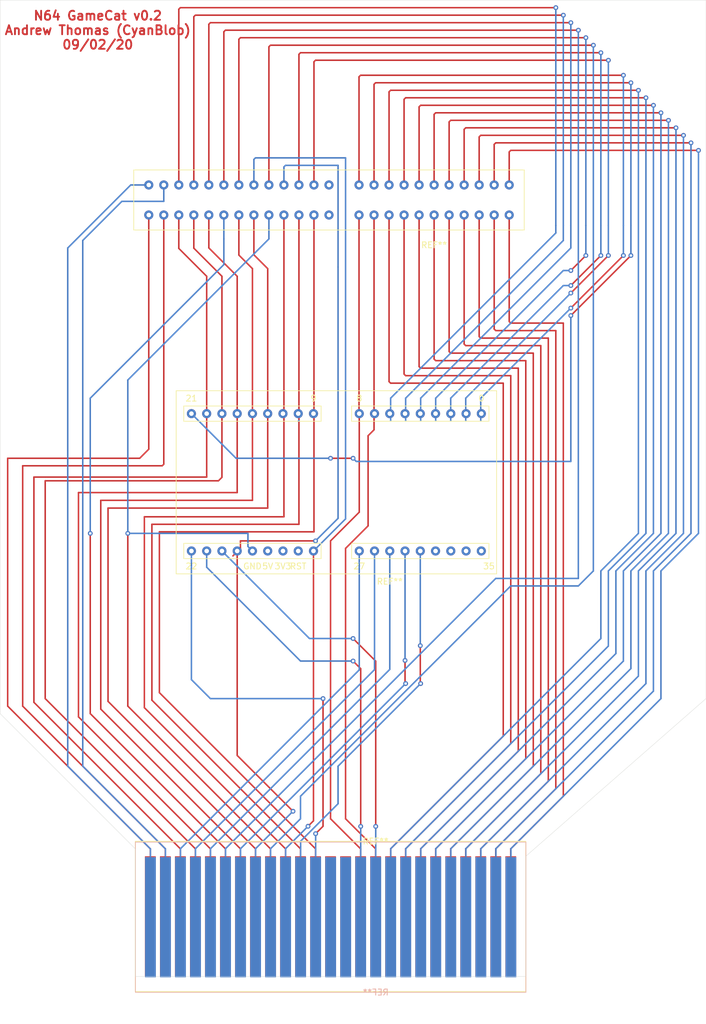
<source format=kicad_pcb>
(kicad_pcb (version 20171130) (host pcbnew 5.1.6)

  (general
    (thickness 1.6)
    (drawings 9)
    (tracks 477)
    (zones 0)
    (modules 4)
    (nets 1)
  )

  (page A4)
  (layers
    (0 F.Cu signal)
    (31 B.Cu signal)
    (32 B.Adhes user)
    (33 F.Adhes user)
    (34 B.Paste user)
    (35 F.Paste user)
    (36 B.SilkS user)
    (37 F.SilkS user)
    (38 B.Mask user)
    (39 F.Mask user)
    (40 Dwgs.User user)
    (41 Cmts.User user)
    (42 Eco1.User user)
    (43 Eco2.User user)
    (44 Edge.Cuts user)
    (45 Margin user)
    (46 B.CrtYd user)
    (47 F.CrtYd user)
    (48 B.Fab user)
    (49 F.Fab user)
  )

  (setup
    (last_trace_width 0.25)
    (trace_clearance 0.2)
    (zone_clearance 0.508)
    (zone_45_only no)
    (trace_min 0.2)
    (via_size 0.8)
    (via_drill 0.4)
    (via_min_size 0.4)
    (via_min_drill 0.3)
    (uvia_size 0.3)
    (uvia_drill 0.1)
    (uvias_allowed no)
    (uvia_min_size 0.2)
    (uvia_min_drill 0.1)
    (edge_width 0.05)
    (segment_width 0.2)
    (pcb_text_width 0.3)
    (pcb_text_size 1.5 1.5)
    (mod_edge_width 0.12)
    (mod_text_size 1 1)
    (mod_text_width 0.15)
    (pad_size 1.524 1.524)
    (pad_drill 0.762)
    (pad_to_mask_clearance 0.05)
    (aux_axis_origin 0 0)
    (visible_elements FFFFFF7F)
    (pcbplotparams
      (layerselection 0x010fc_ffffffff)
      (usegerberextensions false)
      (usegerberattributes true)
      (usegerberadvancedattributes true)
      (creategerberjobfile true)
      (excludeedgelayer true)
      (linewidth 0.100000)
      (plotframeref false)
      (viasonmask false)
      (mode 1)
      (useauxorigin false)
      (hpglpennumber 1)
      (hpglpenspeed 20)
      (hpglpendiameter 15.000000)
      (psnegative false)
      (psa4output false)
      (plotreference true)
      (plotvalue true)
      (plotinvisibletext false)
      (padsonsilk false)
      (subtractmaskfromsilk false)
      (outputformat 1)
      (mirror false)
      (drillshape 1)
      (scaleselection 1)
      (outputdirectory ""))
  )

  (net 0 "")

  (net_class Default "This is the default net class."
    (clearance 0.2)
    (trace_width 0.25)
    (via_dia 0.8)
    (via_drill 0.4)
    (uvia_dia 0.3)
    (uvia_drill 0.1)
  )

  (module test_pcb:N64_cartridge_connecter_2.5mm (layer F.Cu) (tedit 5F493EFC) (tstamp 5F49C25E)
    (at 142.24 48.26)
    (fp_text reference REF** (at 15 7.5) (layer F.SilkS)
      (effects (font (size 1 1) (thickness 0.15)))
    )
    (fp_text value N64_cartridge_connecter_2.5mm (at 0 7.5) (layer F.Fab)
      (effects (font (size 1 1) (thickness 0.15)))
    )
    (fp_line (start -35 5) (end -32.5 5) (layer F.SilkS) (width 0.12))
    (fp_line (start -35 -5) (end -32.5 -5) (layer F.SilkS) (width 0.12))
    (fp_line (start -30 -5) (end -32.5 -5) (layer F.SilkS) (width 0.12))
    (fp_line (start 30 -5) (end -30 -5) (layer F.SilkS) (width 0.12))
    (fp_line (start 30 5) (end 30 -5) (layer F.SilkS) (width 0.12))
    (fp_line (start -32.5 5) (end 30 5) (layer F.SilkS) (width 0.12))
    (fp_line (start -35 -5) (end -35 5) (layer F.SilkS) (width 0.12))
    (pad 49 thru_hole circle (at -32.5 -2.5) (size 1.524 1.524) (drill 0.762) (layers *.Cu *.Mask))
    (pad 48 thru_hole circle (at -32.5 2.5) (size 1.524 1.524) (drill 0.762) (layers *.Cu *.Mask))
    (pad 47 thru_hole circle (at -30 -2.5) (size 1.524 1.524) (drill 0.762) (layers *.Cu *.Mask))
    (pad 46 thru_hole circle (at -27.5 -2.5) (size 1.524 1.524) (drill 0.762) (layers *.Cu *.Mask))
    (pad 45 thru_hole circle (at -25 -2.5) (size 1.524 1.524) (drill 0.762) (layers *.Cu *.Mask))
    (pad 44 thru_hole circle (at -22.5 -2.5) (size 1.524 1.524) (drill 0.762) (layers *.Cu *.Mask))
    (pad 43 thru_hole circle (at -20 -2.5) (size 1.524 1.524) (drill 0.762) (layers *.Cu *.Mask))
    (pad 42 thru_hole circle (at -17.5 -2.5) (size 1.524 1.524) (drill 0.762) (layers *.Cu *.Mask))
    (pad 41 thru_hole circle (at -15 -2.5) (size 1.524 1.524) (drill 0.762) (layers *.Cu *.Mask))
    (pad 40 thru_hole circle (at -12.5 -2.5) (size 1.524 1.524) (drill 0.762) (layers *.Cu *.Mask))
    (pad 39 thru_hole circle (at -10 -2.5) (size 1.524 1.524) (drill 0.762) (layers *.Cu *.Mask))
    (pad 38 thru_hole circle (at -7.5 -2.5) (size 1.524 1.524) (drill 0.762) (layers *.Cu *.Mask))
    (pad 37 thru_hole circle (at -5 -2.5) (size 1.524 1.524) (drill 0.762) (layers *.Cu *.Mask))
    (pad 36 thru_hole circle (at -2.5 -2.5) (size 1.524 1.524) (drill 0.762) (layers *.Cu *.Mask))
    (pad 35 thru_hole circle (at 2.5 -2.5) (size 1.524 1.524) (drill 0.762) (layers *.Cu *.Mask))
    (pad 34 thru_hole circle (at 5 -2.5) (size 1.524 1.524) (drill 0.762) (layers *.Cu *.Mask))
    (pad 33 thru_hole circle (at 7.5 -2.5) (size 1.524 1.524) (drill 0.762) (layers *.Cu *.Mask))
    (pad 32 thru_hole circle (at 10 -2.5) (size 1.524 1.524) (drill 0.762) (layers *.Cu *.Mask))
    (pad 31 thru_hole circle (at 12.5 -2.5) (size 1.524 1.524) (drill 0.762) (layers *.Cu *.Mask))
    (pad 30 thru_hole circle (at 15 -2.5) (size 1.524 1.524) (drill 0.762) (layers *.Cu *.Mask))
    (pad 29 thru_hole circle (at 17.5 -2.5) (size 1.524 1.524) (drill 0.762) (layers *.Cu *.Mask))
    (pad 28 thru_hole circle (at 20 -2.5) (size 1.524 1.524) (drill 0.762) (layers *.Cu *.Mask))
    (pad 27 thru_hole circle (at 22.5 -2.5) (size 1.524 1.524) (drill 0.762) (layers *.Cu *.Mask))
    (pad 26 thru_hole circle (at 25 -2.5) (size 1.524 1.524) (drill 0.762) (layers *.Cu *.Mask))
    (pad 25 thru_hole circle (at 27.5 -2.5) (size 1.524 1.524) (drill 0.762) (layers *.Cu *.Mask))
    (pad 24 thru_hole circle (at 27.5 2.5) (size 1.524 1.524) (drill 0.762) (layers *.Cu *.Mask))
    (pad 23 thru_hole circle (at 25 2.5) (size 1.524 1.524) (drill 0.762) (layers *.Cu *.Mask))
    (pad 22 thru_hole circle (at 22.5 2.5) (size 1.524 1.524) (drill 0.762) (layers *.Cu *.Mask))
    (pad 21 thru_hole circle (at 20 2.5) (size 1.524 1.524) (drill 0.762) (layers *.Cu *.Mask))
    (pad 20 thru_hole circle (at 17.5 2.5) (size 1.524 1.524) (drill 0.762) (layers *.Cu *.Mask))
    (pad 19 thru_hole circle (at 15 2.5) (size 1.524 1.524) (drill 0.762) (layers *.Cu *.Mask))
    (pad 18 thru_hole circle (at 12.5 2.5) (size 1.524 1.524) (drill 0.762) (layers *.Cu *.Mask))
    (pad 17 thru_hole circle (at 10 2.5) (size 1.524 1.524) (drill 0.762) (layers *.Cu *.Mask))
    (pad 16 thru_hole circle (at 7.5 2.5) (size 1.524 1.524) (drill 0.762) (layers *.Cu *.Mask))
    (pad 15 thru_hole circle (at 5 2.5) (size 1.524 1.524) (drill 0.762) (layers *.Cu *.Mask))
    (pad 14 thru_hole circle (at 2.5 2.5) (size 1.524 1.524) (drill 0.762) (layers *.Cu *.Mask))
    (pad 13 thru_hole circle (at -2.5 2.5) (size 1.524 1.524) (drill 0.762) (layers *.Cu *.Mask))
    (pad 12 thru_hole circle (at -5 2.5) (size 1.524 1.524) (drill 0.762) (layers *.Cu *.Mask))
    (pad 11 thru_hole circle (at -5 2.5) (size 1.524 1.524) (drill 0.762) (layers *.Cu *.Mask))
    (pad 10 thru_hole circle (at -7.5 2.5) (size 1.524 1.524) (drill 0.762) (layers *.Cu *.Mask))
    (pad 9 thru_hole circle (at -10 2.5) (size 1.524 1.524) (drill 0.762) (layers *.Cu *.Mask))
    (pad 8 thru_hole circle (at -12.5 2.5) (size 1.524 1.524) (drill 0.762) (layers *.Cu *.Mask))
    (pad 7 thru_hole circle (at -15 2.5) (size 1.524 1.524) (drill 0.762) (layers *.Cu *.Mask))
    (pad 6 thru_hole circle (at -17.5 2.5) (size 1.524 1.524) (drill 0.762) (layers *.Cu *.Mask))
    (pad 5 thru_hole circle (at -20 2.5) (size 1.524 1.524) (drill 0.762) (layers *.Cu *.Mask))
    (pad 4 thru_hole circle (at -22.5 2.5) (size 1.524 1.524) (drill 0.762) (layers *.Cu *.Mask))
    (pad 3 thru_hole circle (at -25 2.5) (size 1.524 1.524) (drill 0.762) (layers *.Cu *.Mask))
    (pad 2 thru_hole circle (at -27.5 2.5) (size 1.524 1.524) (drill 0.762) (layers *.Cu *.Mask))
    (pad 1 thru_hole circle (at -30 2.5) (size 1.524 1.524) (drill 0.762) (layers *.Cu *.Mask))
  )

  (module test_pcb:N64_cartridge_pins_2.5mm (layer B.Cu) (tedit 5F493311) (tstamp 5F49BC6B)
    (at 135.02 185.14)
    (fp_text reference REF** (at 12.5 -5) (layer B.SilkS)
      (effects (font (size 1 1) (thickness 0.15)) (justify mirror))
    )
    (fp_text value N64_cartridge_pins_2.5mm (at 0 -5) (layer B.Fab)
      (effects (font (size 1 1) (thickness 0.15)) (justify mirror))
    )
    (fp_line (start -27.5 -5) (end -27.5 -30) (layer B.SilkS) (width 0.12))
    (fp_line (start -27.5 -30) (end 37.5 -30) (layer B.SilkS) (width 0.12))
    (fp_line (start 37.5 -30) (end 37.5 -5) (layer B.SilkS) (width 0.12))
    (fp_line (start 37.5 -5) (end -27.5 -5) (layer B.SilkS) (width 0.12))
    (pad 1 smd rect (at -25 -17.5) (size 1.8 20) (layers B.Cu B.Paste B.Mask))
    (pad 2 smd rect (at -22.5 -17.5) (size 1.8 20) (layers B.Cu B.Paste B.Mask))
    (pad 3 smd rect (at -20 -17.5) (size 1.8 20) (layers B.Cu B.Paste B.Mask))
    (pad 4 smd rect (at -17.5 -17.5) (size 1.8 20) (layers B.Cu B.Paste B.Mask))
    (pad 5 smd rect (at -15 -17.5) (size 1.8 20) (layers B.Cu B.Paste B.Mask))
    (pad 6 smd rect (at -12.5 -17.5) (size 1.8 20) (layers B.Cu B.Paste B.Mask))
    (pad 7 smd rect (at -10 -17.5) (size 1.8 20) (layers B.Cu B.Paste B.Mask))
    (pad 8 smd rect (at -7.5 -17.5) (size 1.8 20) (layers B.Cu B.Paste B.Mask))
    (pad 9 smd rect (at -5 -17.5) (size 1.8 20) (layers B.Cu B.Paste B.Mask))
    (pad 10 smd rect (at -2.5 -17.5) (size 1.8 20) (layers B.Cu B.Paste B.Mask))
    (pad 11 smd rect (at 0 -17.5) (size 1.8 20) (layers B.Cu B.Paste B.Mask))
    (pad 12 smd rect (at 2.5 -17.5) (size 1.8 20) (layers B.Cu B.Paste B.Mask))
    (pad 13 smd rect (at 5 -17.5) (size 1.8 20) (layers B.Cu B.Paste B.Mask))
    (pad 14 smd rect (at 7.5 -17.5) (size 1.8 20) (layers B.Cu B.Paste B.Mask))
    (pad 15 smd rect (at 10 -17.5) (size 1.8 20) (layers B.Cu B.Paste B.Mask))
    (pad 16 smd rect (at 12.5 -17.5) (size 1.8 20) (layers B.Cu B.Paste B.Mask))
    (pad 17 smd rect (at 15 -17.5) (size 1.8 20) (layers B.Cu B.Paste B.Mask))
    (pad 18 smd rect (at 17.5 -17.5) (size 1.8 20) (layers B.Cu B.Paste B.Mask))
    (pad 19 smd rect (at 20 -17.5) (size 1.8 20) (layers B.Cu B.Paste B.Mask))
    (pad 20 smd rect (at 22.5 -17.5) (size 1.8 20) (layers B.Cu B.Paste B.Mask))
    (pad 21 smd rect (at 25 -17.5) (size 1.8 20) (layers B.Cu B.Paste B.Mask))
    (pad 22 smd rect (at 27.5 -17.5) (size 1.8 20) (layers B.Cu B.Paste B.Mask))
    (pad 23 smd rect (at 30 -17.5) (size 1.8 20) (layers B.Cu B.Paste B.Mask))
    (pad 24 smd rect (at 32.5 -17.5) (size 1.8 20) (layers B.Cu B.Paste B.Mask))
    (pad 25 smd rect (at 35 -17.5) (size 1.8 20) (layers B.Cu B.Paste B.Mask))
  )

  (module test_pcb:N64_cartridge_pins_2.5mm (layer F.Cu) (tedit 5F493311) (tstamp 5F49AE0B)
    (at 135 150)
    (fp_text reference REF** (at 12.5 5) (layer F.SilkS)
      (effects (font (size 1 1) (thickness 0.15)))
    )
    (fp_text value N64_cartridge_pins_2.5mm (at 0 5) (layer F.Fab)
      (effects (font (size 1 1) (thickness 0.15)))
    )
    (fp_line (start 37.5 5) (end -27.5 5) (layer F.SilkS) (width 0.12))
    (fp_line (start 37.5 30) (end 37.5 5) (layer F.SilkS) (width 0.12))
    (fp_line (start -27.5 30) (end 37.5 30) (layer F.SilkS) (width 0.12))
    (fp_line (start -27.5 5) (end -27.5 30) (layer F.SilkS) (width 0.12))
    (pad 25 smd rect (at 35 17.5) (size 1.8 20) (layers F.Cu F.Paste F.Mask))
    (pad 24 smd rect (at 32.5 17.5) (size 1.8 20) (layers F.Cu F.Paste F.Mask))
    (pad 23 smd rect (at 30 17.5) (size 1.8 20) (layers F.Cu F.Paste F.Mask))
    (pad 22 smd rect (at 27.5 17.5) (size 1.8 20) (layers F.Cu F.Paste F.Mask))
    (pad 21 smd rect (at 25 17.5) (size 1.8 20) (layers F.Cu F.Paste F.Mask))
    (pad 20 smd rect (at 22.5 17.5) (size 1.8 20) (layers F.Cu F.Paste F.Mask))
    (pad 19 smd rect (at 20 17.5) (size 1.8 20) (layers F.Cu F.Paste F.Mask))
    (pad 18 smd rect (at 17.5 17.5) (size 1.8 20) (layers F.Cu F.Paste F.Mask))
    (pad 17 smd rect (at 15 17.5) (size 1.8 20) (layers F.Cu F.Paste F.Mask))
    (pad 16 smd rect (at 12.5 17.5) (size 1.8 20) (layers F.Cu F.Paste F.Mask))
    (pad 15 smd rect (at 10 17.5) (size 1.8 20) (layers F.Cu F.Paste F.Mask))
    (pad 14 smd rect (at 7.5 17.5) (size 1.8 20) (layers F.Cu F.Paste F.Mask))
    (pad 13 smd rect (at 5 17.5) (size 1.8 20) (layers F.Cu F.Paste F.Mask))
    (pad 12 smd rect (at 2.5 17.5) (size 1.8 20) (layers F.Cu F.Paste F.Mask))
    (pad 11 smd rect (at 0 17.5) (size 1.8 20) (layers F.Cu F.Paste F.Mask))
    (pad 10 smd rect (at -2.5 17.5) (size 1.8 20) (layers F.Cu F.Paste F.Mask))
    (pad 9 smd rect (at -5 17.5) (size 1.8 20) (layers F.Cu F.Paste F.Mask))
    (pad 8 smd rect (at -7.5 17.5) (size 1.8 20) (layers F.Cu F.Paste F.Mask))
    (pad 7 smd rect (at -10 17.5) (size 1.8 20) (layers F.Cu F.Paste F.Mask))
    (pad 6 smd rect (at -12.5 17.5) (size 1.8 20) (layers F.Cu F.Paste F.Mask))
    (pad 5 smd rect (at -15 17.5) (size 1.8 20) (layers F.Cu F.Paste F.Mask))
    (pad 4 smd rect (at -17.5 17.5) (size 1.8 20) (layers F.Cu F.Paste F.Mask))
    (pad 3 smd rect (at -20 17.5) (size 1.8 20) (layers F.Cu F.Paste F.Mask))
    (pad 2 smd rect (at -22.5 17.5) (size 1.8 20) (layers F.Cu F.Paste F.Mask))
    (pad 1 smd rect (at -25 17.5) (size 1.8 20) (layers F.Cu F.Paste F.Mask))
  )

  (module test_pcb:Sipeed_MAiX_BIT (layer F.Cu) (tedit 5F492BA0) (tstamp 5F49A0DD)
    (at 135.89 109.22)
    (fp_text reference REF** (at 13.97 2.54) (layer F.SilkS)
      (effects (font (size 1 1) (thickness 0.15)))
    )
    (fp_text value Sipeed_MAiX_BIT (at 5.08 2.54) (layer F.Fab)
      (effects (font (size 1 1) (thickness 0.15)))
    )
    (fp_line (start 31.75 -29.21) (end -21.59 -29.21) (layer F.SilkS) (width 0.12))
    (fp_line (start 31.75 1.27) (end 31.75 -29.21) (layer F.SilkS) (width 0.12))
    (fp_line (start -21.59 1.27) (end 31.75 1.27) (layer F.SilkS) (width 0.12))
    (fp_line (start -21.59 -29.21) (end -21.59 1.27) (layer F.SilkS) (width 0.12))
    (fp_line (start 2.54 -3.81) (end -20.32 -3.81) (layer F.SilkS) (width 0.12))
    (fp_line (start 2.54 -1.27) (end 2.54 -3.81) (layer F.SilkS) (width 0.12))
    (fp_line (start -20.32 -1.27) (end 2.54 -1.27) (layer F.SilkS) (width 0.12))
    (fp_line (start -20.32 -3.81) (end -20.32 -1.27) (layer F.SilkS) (width 0.12))
    (fp_line (start 7.62 -1.27) (end 30.48 -1.27) (layer F.SilkS) (width 0.12))
    (fp_line (start 30.48 -3.81) (end 7.62 -3.81) (layer F.SilkS) (width 0.12))
    (fp_line (start 30.48 -1.27) (end 30.48 -3.81) (layer F.SilkS) (width 0.12))
    (fp_line (start 7.62 -3.81) (end 7.62 -1.27) (layer F.SilkS) (width 0.12))
    (fp_line (start 30.48 -26.67) (end 7.62 -26.67) (layer F.SilkS) (width 0.12))
    (fp_line (start 30.48 -24.13) (end 30.48 -26.67) (layer F.SilkS) (width 0.12))
    (fp_line (start 7.62 -24.13) (end 30.48 -24.13) (layer F.SilkS) (width 0.12))
    (fp_line (start 7.62 -26.67) (end 7.62 -24.13) (layer F.SilkS) (width 0.12))
    (fp_line (start -20.32 -26.67) (end -20.32 -24.13) (layer F.SilkS) (width 0.12))
    (fp_line (start -20.32 -24.13) (end 2.54 -24.13) (layer F.SilkS) (width 0.12))
    (fp_line (start 2.54 -24.13) (end 2.54 -26.67) (layer F.SilkS) (width 0.12))
    (fp_line (start 2.54 -26.67) (end -20.32 -26.67) (layer F.SilkS) (width 0.12))
    (fp_text user 35 (at 30.48 0) (layer F.SilkS)
      (effects (font (size 1 1) (thickness 0.15)))
    )
    (fp_text user 27 (at 8.89 0) (layer F.SilkS)
      (effects (font (size 1 1) (thickness 0.15)))
    )
    (fp_text user RST (at -1.27 0) (layer F.SilkS)
      (effects (font (size 1 1) (thickness 0.15)))
    )
    (fp_text user 3V3 (at -3.81 0) (layer F.SilkS)
      (effects (font (size 1 1) (thickness 0.15)))
    )
    (fp_text user 5V (at -6.35 0) (layer F.SilkS)
      (effects (font (size 1 1) (thickness 0.15)))
    )
    (fp_text user GND (at -8.89 0) (layer F.SilkS)
      (effects (font (size 1 1) (thickness 0.15)))
    )
    (fp_text user 22 (at -19.05 0) (layer F.SilkS)
      (effects (font (size 1 1) (thickness 0.15)))
    )
    (fp_text user 21 (at -19.05 -27.94) (layer F.SilkS)
      (effects (font (size 1 1) (thickness 0.15)))
    )
    (fp_text user 9 (at 1.27 -27.94) (layer F.SilkS)
      (effects (font (size 1 1) (thickness 0.15)))
    )
    (fp_text user 8 (at 8.89 -27.94) (layer F.SilkS)
      (effects (font (size 1 1) (thickness 0.15)))
    )
    (fp_text user 0 (at 29.21 -27.94) (layer F.SilkS)
      (effects (font (size 1 1) (thickness 0.15)))
    )
    (pad 1 thru_hole circle (at -19.05 -2.54) (size 1.524 1.524) (drill 0.762) (layers *.Cu *.Mask))
    (pad 2 thru_hole circle (at -16.51 -2.54) (size 1.524 1.524) (drill 0.762) (layers *.Cu *.Mask))
    (pad 3 thru_hole circle (at -13.97 -2.54) (size 1.524 1.524) (drill 0.762) (layers *.Cu *.Mask))
    (pad 4 thru_hole circle (at -11.43 -2.54) (size 1.524 1.524) (drill 0.762) (layers *.Cu *.Mask))
    (pad 5 thru_hole circle (at -8.89 -2.54) (size 1.524 1.524) (drill 0.762) (layers *.Cu *.Mask))
    (pad 6 thru_hole circle (at -6.35 -2.54) (size 1.524 1.524) (drill 0.762) (layers *.Cu *.Mask))
    (pad 7 thru_hole circle (at -3.81 -2.54) (size 1.524 1.524) (drill 0.762) (layers *.Cu *.Mask))
    (pad 8 thru_hole circle (at -1.27 -2.54) (size 1.524 1.524) (drill 0.762) (layers *.Cu *.Mask))
    (pad 9 thru_hole circle (at 1.27 -2.54) (size 1.524 1.524) (drill 0.762) (layers *.Cu *.Mask))
    (pad 10 thru_hole circle (at 8.89 -2.54) (size 1.524 1.524) (drill 0.762) (layers *.Cu *.Mask))
    (pad 12 thru_hole circle (at 11.43 -2.54) (size 1.524 1.524) (drill 0.762) (layers *.Cu *.Mask))
    (pad 11 thru_hole circle (at 13.97 -2.54) (size 1.524 1.524) (drill 0.762) (layers *.Cu *.Mask))
    (pad 13 thru_hole circle (at 16.51 -2.54) (size 1.524 1.524) (drill 0.762) (layers *.Cu *.Mask))
    (pad 14 thru_hole circle (at 19.05 -2.54) (size 1.524 1.524) (drill 0.762) (layers *.Cu *.Mask))
    (pad 15 thru_hole circle (at 21.59 -2.54) (size 1.524 1.524) (drill 0.762) (layers *.Cu *.Mask))
    (pad 16 thru_hole circle (at 24.13 -2.54) (size 1.524 1.524) (drill 0.762) (layers *.Cu *.Mask))
    (pad 17 thru_hole circle (at 26.67 -2.54) (size 1.524 1.524) (drill 0.762) (layers *.Cu *.Mask))
    (pad 18 thru_hole circle (at 29.21 -2.54) (size 1.524 1.524) (drill 0.762) (layers *.Cu *.Mask))
    (pad 19 thru_hole circle (at -19.05 -25.4) (size 1.524 1.524) (drill 0.762) (layers *.Cu *.Mask))
    (pad 20 thru_hole circle (at -16.51 -25.4) (size 1.524 1.524) (drill 0.762) (layers *.Cu *.Mask))
    (pad 21 thru_hole circle (at -13.97 -25.4) (size 1.524 1.524) (drill 0.762) (layers *.Cu *.Mask))
    (pad 22 thru_hole circle (at -11.43 -25.4) (size 1.524 1.524) (drill 0.762) (layers *.Cu *.Mask))
    (pad 23 thru_hole circle (at -8.89 -25.4) (size 1.524 1.524) (drill 0.762) (layers *.Cu *.Mask))
    (pad 24 thru_hole circle (at -6.35 -25.4) (size 1.524 1.524) (drill 0.762) (layers *.Cu *.Mask))
    (pad 25 thru_hole circle (at -3.81 -25.4) (size 1.524 1.524) (drill 0.762) (layers *.Cu *.Mask))
    (pad 26 thru_hole circle (at -1.27 -25.4) (size 1.524 1.524) (drill 0.762) (layers *.Cu *.Mask))
    (pad 27 thru_hole circle (at 1.27 -25.4) (size 1.524 1.524) (drill 0.762) (layers *.Cu *.Mask))
    (pad 28 thru_hole circle (at 8.89 -25.4) (size 1.524 1.524) (drill 0.762) (layers *.Cu *.Mask))
    (pad 29 thru_hole circle (at 11.43 -25.4) (size 1.524 1.524) (drill 0.762) (layers *.Cu *.Mask))
    (pad 30 thru_hole circle (at 13.97 -25.4) (size 1.524 1.524) (drill 0.762) (layers *.Cu *.Mask))
    (pad 31 thru_hole circle (at 16.51 -25.4) (size 1.524 1.524) (drill 0.762) (layers *.Cu *.Mask))
    (pad 32 thru_hole circle (at 19.05 -25.4) (size 1.524 1.524) (drill 0.762) (layers *.Cu *.Mask))
    (pad 33 thru_hole circle (at 21.59 -25.4) (size 1.524 1.524) (drill 0.762) (layers *.Cu *.Mask))
    (pad 34 thru_hole circle (at 24.13 -25.4) (size 1.524 1.524) (drill 0.762) (layers *.Cu *.Mask))
    (pad 35 thru_hole circle (at 26.67 -25.4) (size 1.524 1.524) (drill 0.762) (layers *.Cu *.Mask))
    (pad 36 thru_hole circle (at 29.21 -25.4) (size 1.524 1.524) (drill 0.762) (layers *.Cu *.Mask))
  )

  (gr_text "N64 GameCat v0.2\nAndrew Thomas (CyanBlob)\n09/02/20" (at 101.25 20) (layer F.Cu)
    (effects (font (size 1.5 1.5) (thickness 0.3)))
  )
  (gr_line (start 107.5 177.5) (end 172.5 177.5) (layer Edge.Cuts) (width 0.05) (tstamp 5F507001))
  (gr_line (start 107.5 156.25) (end 107.5 177.5) (layer Edge.Cuts) (width 0.05))
  (gr_line (start 85 133.75) (end 107.5 156.25) (layer Edge.Cuts) (width 0.05))
  (gr_line (start 85 15) (end 85 133.75) (layer Edge.Cuts) (width 0.05))
  (gr_line (start 202.5 15) (end 85 15) (layer Edge.Cuts) (width 0.05))
  (gr_line (start 202.5 131.25) (end 202.5 15) (layer Edge.Cuts) (width 0.05))
  (gr_line (start 172.5 157.5) (end 202.5 131.25) (layer Edge.Cuts) (width 0.05))
  (gr_line (start 172.5 177.5) (end 172.5 157.5) (layer Edge.Cuts) (width 0.05))

  (segment (start 134.74 84.97) (end 134.62 85.09) (width 0.25) (layer B.Cu) (net 0))
  (segment (start 117.24 50.76) (end 117.24 56.28) (width 0.25) (layer F.Cu) (net 0))
  (segment (start 121.92 60.96) (end 121.92 83.82) (width 0.25) (layer F.Cu) (net 0))
  (segment (start 117.24 56.28) (end 121.92 60.96) (width 0.25) (layer F.Cu) (net 0))
  (segment (start 144.74 83.78) (end 144.78 83.82) (width 0.25) (layer B.Cu) (net 0))
  (segment (start 144.74 50.76) (end 144.74 83.78) (width 0.25) (layer F.Cu) (net 0))
  (segment (start 137.5 156.25) (end 137.5 167.5) (width 0.25) (layer F.Cu) (net 0))
  (segment (start 111.51 130.26) (end 137.5 156.25) (width 0.25) (layer F.Cu) (net 0))
  (segment (start 111.51 103.49) (end 111.51 130.26) (width 0.25) (layer F.Cu) (net 0))
  (segment (start 137.24 50.76) (end 137.24 103.49) (width 0.25) (layer F.Cu) (net 0))
  (segment (start 137.24 103.49) (end 111.51 103.49) (width 0.25) (layer F.Cu) (net 0))
  (segment (start 135 156.25) (end 135 167.5) (width 0.25) (layer F.Cu) (net 0))
  (segment (start 110.26 131.51) (end 135 156.25) (width 0.25) (layer F.Cu) (net 0))
  (segment (start 110.26 102.24) (end 110.26 131.51) (width 0.25) (layer F.Cu) (net 0))
  (segment (start 134.74 50.76) (end 134.74 102.24) (width 0.25) (layer F.Cu) (net 0))
  (segment (start 134.74 102.24) (end 110.26 102.24) (width 0.25) (layer F.Cu) (net 0))
  (segment (start 109.01 132.76) (end 132.5 156.25) (width 0.25) (layer F.Cu) (net 0))
  (segment (start 109.01 100.99) (end 109.01 132.76) (width 0.25) (layer F.Cu) (net 0))
  (segment (start 132.24 50.76) (end 132.24 100.99) (width 0.25) (layer F.Cu) (net 0))
  (segment (start 132.5 156.25) (end 132.5 167.5) (width 0.25) (layer F.Cu) (net 0))
  (segment (start 132.24 100.99) (end 109.01 100.99) (width 0.25) (layer F.Cu) (net 0))
  (segment (start 127.5 156.25) (end 127.5 167.5) (width 0.25) (layer F.Cu) (net 0))
  (segment (start 102.96 131.71) (end 127.5 156.25) (width 0.25) (layer F.Cu) (net 0))
  (segment (start 102.96 99.54) (end 102.96 131.71) (width 0.25) (layer F.Cu) (net 0))
  (segment (start 127.24 50.76) (end 127.24 57.39) (width 0.25) (layer F.Cu) (net 0))
  (segment (start 127.24 57.39) (end 129.54 59.69) (width 0.25) (layer F.Cu) (net 0))
  (segment (start 129.54 99.54) (end 102.96 99.54) (width 0.25) (layer F.Cu) (net 0))
  (segment (start 129.54 59.69) (end 129.54 99.54) (width 0.25) (layer F.Cu) (net 0))
  (segment (start 125 156.25) (end 125 167.5) (width 0.25) (layer F.Cu) (net 0))
  (segment (start 101.75 133) (end 125 156.25) (width 0.25) (layer F.Cu) (net 0))
  (segment (start 101.75 98.25) (end 101.75 133) (width 0.25) (layer F.Cu) (net 0))
  (segment (start 127 59.69) (end 127 98.25) (width 0.25) (layer F.Cu) (net 0))
  (segment (start 124.74 50.76) (end 124.74 57.43) (width 0.25) (layer F.Cu) (net 0))
  (segment (start 127 98.25) (end 101.75 98.25) (width 0.25) (layer F.Cu) (net 0))
  (segment (start 124.74 57.43) (end 127 59.69) (width 0.25) (layer F.Cu) (net 0))
  (segment (start 122.5 156.25) (end 122.5 167.5) (width 0.25) (layer F.Cu) (net 0))
  (segment (start 117.5 156.25) (end 117.5 167.5) (width 0.25) (layer F.Cu) (net 0))
  (segment (start 92.5 95) (end 92.5 131.25) (width 0.25) (layer F.Cu) (net 0))
  (segment (start 92.5 131.25) (end 117.5 156.25) (width 0.25) (layer F.Cu) (net 0))
  (segment (start 121.34 95) (end 92.5 95) (width 0.25) (layer F.Cu) (net 0))
  (segment (start 121.92 83.82) (end 121.92 94.42) (width 0.25) (layer F.Cu) (net 0))
  (segment (start 121.92 94.42) (end 121.34 95) (width 0.25) (layer F.Cu) (net 0))
  (segment (start 115 156.25) (end 115 167.5) (width 0.25) (layer F.Cu) (net 0))
  (segment (start 114.74 56.32) (end 119.38 60.96) (width 0.25) (layer F.Cu) (net 0))
  (segment (start 114.74 50.76) (end 114.74 56.32) (width 0.25) (layer F.Cu) (net 0))
  (segment (start 119.38 94.38) (end 90.62 94.38) (width 0.25) (layer F.Cu) (net 0))
  (segment (start 119.38 60.96) (end 119.38 94.38) (width 0.25) (layer F.Cu) (net 0))
  (segment (start 90.62 94.38) (end 90.62 131.87) (width 0.25) (layer F.Cu) (net 0))
  (segment (start 90.62 131.87) (end 115 156.25) (width 0.25) (layer F.Cu) (net 0))
  (segment (start 112.24 50.76) (end 112.24 92.24) (width 0.25) (layer F.Cu) (net 0))
  (segment (start 112.24 92.24) (end 111.98 92.5) (width 0.25) (layer F.Cu) (net 0))
  (segment (start 111.98 92.5) (end 88.75 92.5) (width 0.25) (layer F.Cu) (net 0))
  (segment (start 109.74 50.76) (end 109.74 89.74) (width 0.25) (layer F.Cu) (net 0))
  (segment (start 109.74 89.74) (end 108.23 91.25) (width 0.25) (layer F.Cu) (net 0))
  (segment (start 108.23 91.25) (end 86.25 91.25) (width 0.25) (layer F.Cu) (net 0))
  (segment (start 88.75 92.5) (end 88.75 132.5) (width 0.25) (layer F.Cu) (net 0))
  (segment (start 112.5 156.25) (end 112.5 167.5) (width 0.25) (layer F.Cu) (net 0))
  (segment (start 88.75 132.5) (end 112.5 156.25) (width 0.25) (layer F.Cu) (net 0))
  (segment (start 86.25 91.25) (end 86.25 132.5) (width 0.25) (layer F.Cu) (net 0))
  (segment (start 110 156.25) (end 110 167.5) (width 0.25) (layer F.Cu) (net 0))
  (segment (start 86.25 132.5) (end 110 156.25) (width 0.25) (layer F.Cu) (net 0))
  (segment (start 129.74 50.76) (end 129.74 54.74) (width 0.25) (layer B.Cu) (net 0))
  (segment (start 129.74 54.74) (end 106.25 78.23) (width 0.25) (layer B.Cu) (net 0))
  (segment (start 106.25 78.23) (end 106.25 103.75) (width 0.25) (layer B.Cu) (net 0))
  (segment (start 122.24 50.76) (end 122.24 54.74) (width 0.25) (layer B.Cu) (net 0))
  (segment (start 122.24 54.74) (end 122.24 59.01) (width 0.25) (layer B.Cu) (net 0))
  (segment (start 122.24 59.01) (end 100 81.25) (width 0.25) (layer B.Cu) (net 0))
  (segment (start 100 81.25) (end 100 103.75) (width 0.25) (layer B.Cu) (net 0))
  (segment (start 106.25 103.75) (end 106.25 103.75) (width 0.25) (layer B.Cu) (net 0) (tstamp 5F49C418))
  (via (at 106.25 103.75) (size 0.8) (drill 0.4) (layers F.Cu B.Cu) (net 0))
  (segment (start 100 103.75) (end 100 103.75) (width 0.25) (layer B.Cu) (net 0) (tstamp 5F49C41A))
  (via (at 100 103.75) (size 0.8) (drill 0.4) (layers F.Cu B.Cu) (net 0))
  (segment (start 106.25 103.75) (end 106.25 132.5) (width 0.25) (layer F.Cu) (net 0))
  (segment (start 130 156.25) (end 130 167.5) (width 0.25) (layer F.Cu) (net 0))
  (segment (start 106.25 132.5) (end 130 156.25) (width 0.25) (layer F.Cu) (net 0))
  (segment (start 100 103.75) (end 100 133.75) (width 0.25) (layer F.Cu) (net 0))
  (segment (start 100 133.75) (end 122.5 156.25) (width 0.25) (layer F.Cu) (net 0))
  (segment (start 120 156.25) (end 120 167.5) (width 0.25) (layer F.Cu) (net 0))
  (segment (start 119.74 56.24) (end 124.46 60.96) (width 0.25) (layer F.Cu) (net 0))
  (segment (start 119.74 50.76) (end 119.74 56.24) (width 0.25) (layer F.Cu) (net 0))
  (segment (start 124.46 96.96) (end 98.04 96.96) (width 0.25) (layer F.Cu) (net 0))
  (segment (start 124.46 60.96) (end 124.46 96.96) (width 0.25) (layer F.Cu) (net 0))
  (segment (start 98.04 96.96) (end 98.04 134.29) (width 0.25) (layer F.Cu) (net 0))
  (segment (start 98.04 134.29) (end 120 156.25) (width 0.25) (layer F.Cu) (net 0))
  (segment (start 145 156.25) (end 145 167.5) (width 0.25) (layer F.Cu) (net 0))
  (segment (start 140 151.25) (end 145 156.25) (width 0.25) (layer F.Cu) (net 0))
  (segment (start 140 105) (end 140 151.25) (width 0.25) (layer F.Cu) (net 0))
  (segment (start 144.78 83.82) (end 144.78 100.22) (width 0.25) (layer F.Cu) (net 0))
  (segment (start 144.78 100.22) (end 140 105) (width 0.25) (layer F.Cu) (net 0))
  (segment (start 147.5 156.25) (end 147.5 167.5) (width 0.25) (layer F.Cu) (net 0))
  (segment (start 147.24 86.51) (end 146.25 87.5) (width 0.25) (layer F.Cu) (net 0))
  (segment (start 147.24 50.76) (end 147.24 86.51) (width 0.25) (layer F.Cu) (net 0))
  (segment (start 142.5 106.25) (end 142.5 151.25) (width 0.25) (layer F.Cu) (net 0))
  (segment (start 146.25 87.5) (end 146.25 102.5) (width 0.25) (layer F.Cu) (net 0))
  (segment (start 146.25 102.5) (end 142.5 106.25) (width 0.25) (layer F.Cu) (net 0))
  (segment (start 142.5 151.25) (end 147.5 156.25) (width 0.25) (layer F.Cu) (net 0))
  (segment (start 150 156.25) (end 150 167.5) (width 0.25) (layer F.Cu) (net 0))
  (segment (start 168.75 137.5) (end 150 156.25) (width 0.25) (layer F.Cu) (net 0))
  (segment (start 168.75 78.75) (end 168.75 137.5) (width 0.25) (layer F.Cu) (net 0))
  (segment (start 150 78.75) (end 168.75 78.75) (width 0.25) (layer F.Cu) (net 0))
  (segment (start 149.74 50.76) (end 149.74 78.49) (width 0.25) (layer F.Cu) (net 0))
  (segment (start 149.74 78.49) (end 150 78.75) (width 0.25) (layer F.Cu) (net 0))
  (segment (start 152.5 77.5) (end 170 77.5) (width 0.25) (layer F.Cu) (net 0))
  (segment (start 152.24 50.76) (end 152.24 77.24) (width 0.25) (layer F.Cu) (net 0))
  (segment (start 152.5 156.25) (end 152.5 167.5) (width 0.25) (layer F.Cu) (net 0))
  (segment (start 170 138.75) (end 152.5 156.25) (width 0.25) (layer F.Cu) (net 0))
  (segment (start 170 77.5) (end 170 138.75) (width 0.25) (layer F.Cu) (net 0))
  (segment (start 152.24 77.24) (end 152.5 77.5) (width 0.25) (layer F.Cu) (net 0))
  (segment (start 155 156.25) (end 155 167.5) (width 0.25) (layer F.Cu) (net 0))
  (segment (start 171.25 140) (end 155 156.25) (width 0.25) (layer F.Cu) (net 0))
  (segment (start 155 76.25) (end 171.25 76.25) (width 0.25) (layer F.Cu) (net 0))
  (segment (start 154.74 50.76) (end 154.74 75.99) (width 0.25) (layer F.Cu) (net 0))
  (segment (start 171.25 76.25) (end 171.25 140) (width 0.25) (layer F.Cu) (net 0))
  (segment (start 154.74 75.99) (end 155 76.25) (width 0.25) (layer F.Cu) (net 0))
  (segment (start 157.5 156.25) (end 157.5 167.5) (width 0.25) (layer F.Cu) (net 0))
  (segment (start 172.5 75) (end 172.5 141.25) (width 0.25) (layer F.Cu) (net 0))
  (segment (start 157.5 75) (end 172.5 75) (width 0.25) (layer F.Cu) (net 0))
  (segment (start 172.5 141.25) (end 157.5 156.25) (width 0.25) (layer F.Cu) (net 0))
  (segment (start 157.24 50.76) (end 157.24 74.74) (width 0.25) (layer F.Cu) (net 0))
  (segment (start 157.24 74.74) (end 157.5 75) (width 0.25) (layer F.Cu) (net 0))
  (segment (start 160 156.25) (end 160 167.5) (width 0.25) (layer F.Cu) (net 0))
  (segment (start 173.75 73.75) (end 173.75 142.5) (width 0.25) (layer F.Cu) (net 0))
  (segment (start 173.75 142.5) (end 160 156.25) (width 0.25) (layer F.Cu) (net 0))
  (segment (start 160 73.75) (end 173.75 73.75) (width 0.25) (layer F.Cu) (net 0))
  (segment (start 159.74 50.76) (end 159.74 73.49) (width 0.25) (layer F.Cu) (net 0))
  (segment (start 159.74 73.49) (end 160 73.75) (width 0.25) (layer F.Cu) (net 0))
  (segment (start 175 143.75) (end 162.5 156.25) (width 0.25) (layer F.Cu) (net 0))
  (segment (start 175 72.5) (end 175 143.75) (width 0.25) (layer F.Cu) (net 0))
  (segment (start 162.5 72.5) (end 175 72.5) (width 0.25) (layer F.Cu) (net 0))
  (segment (start 162.5 156.25) (end 162.5 167.5) (width 0.25) (layer F.Cu) (net 0))
  (segment (start 162.24 50.76) (end 162.24 72.24) (width 0.25) (layer F.Cu) (net 0))
  (segment (start 162.24 72.24) (end 162.5 72.5) (width 0.25) (layer F.Cu) (net 0))
  (segment (start 165 156.25) (end 165 167.5) (width 0.25) (layer F.Cu) (net 0))
  (segment (start 176.25 71.25) (end 176.25 145) (width 0.25) (layer F.Cu) (net 0))
  (segment (start 176.25 145) (end 165 156.25) (width 0.25) (layer F.Cu) (net 0))
  (segment (start 165 71.25) (end 176.25 71.25) (width 0.25) (layer F.Cu) (net 0))
  (segment (start 164.74 50.76) (end 164.74 70.99) (width 0.25) (layer F.Cu) (net 0))
  (segment (start 164.74 70.99) (end 165 71.25) (width 0.25) (layer F.Cu) (net 0))
  (segment (start 177.5 70) (end 177.5 146.25) (width 0.25) (layer F.Cu) (net 0))
  (segment (start 167.5 70) (end 177.5 70) (width 0.25) (layer F.Cu) (net 0))
  (segment (start 167.5 156.25) (end 167.5 167.5) (width 0.25) (layer F.Cu) (net 0))
  (segment (start 177.5 146.25) (end 167.5 156.25) (width 0.25) (layer F.Cu) (net 0))
  (segment (start 167.24 50.76) (end 167.24 69.74) (width 0.25) (layer F.Cu) (net 0))
  (segment (start 167.24 69.74) (end 167.5 70) (width 0.25) (layer F.Cu) (net 0))
  (segment (start 170 156.25) (end 170 167.5) (width 0.25) (layer F.Cu) (net 0))
  (segment (start 178.75 147.5) (end 170 156.25) (width 0.25) (layer F.Cu) (net 0))
  (segment (start 170 68.75) (end 178.75 68.75) (width 0.25) (layer F.Cu) (net 0))
  (segment (start 178.75 68.75) (end 178.75 147.5) (width 0.25) (layer F.Cu) (net 0))
  (segment (start 169.74 50.76) (end 169.74 68.49) (width 0.25) (layer F.Cu) (net 0))
  (segment (start 169.74 68.49) (end 170 68.75) (width 0.25) (layer F.Cu) (net 0))
  (segment (start 106.25 103.75) (end 126.25 103.75) (width 0.25) (layer B.Cu) (net 0))
  (segment (start 126.25 105.93) (end 127 106.68) (width 0.25) (layer B.Cu) (net 0))
  (segment (start 126.25 103.75) (end 126.25 105.93) (width 0.25) (layer B.Cu) (net 0))
  (segment (start 127.5 41.25) (end 142.5 41.25) (width 0.25) (layer B.Cu) (net 0))
  (segment (start 127.24 41.51) (end 127.5 41.25) (width 0.25) (layer B.Cu) (net 0))
  (segment (start 142.5 41.25) (end 142.5 101.34) (width 0.25) (layer B.Cu) (net 0))
  (segment (start 127.24 45.76) (end 127.24 41.51) (width 0.25) (layer B.Cu) (net 0))
  (segment (start 142.5 101.34) (end 137.16 106.68) (width 0.25) (layer B.Cu) (net 0))
  (segment (start 98.75 142.5) (end 112.52 156.27) (width 0.25) (layer B.Cu) (net 0))
  (segment (start 98.75 55) (end 98.75 142.5) (width 0.25) (layer B.Cu) (net 0))
  (segment (start 105.26 48.49) (end 98.75 55) (width 0.25) (layer B.Cu) (net 0))
  (segment (start 112.24 45.76) (end 112.24 48.49) (width 0.25) (layer B.Cu) (net 0))
  (segment (start 112.52 156.27) (end 112.52 167.64) (width 0.25) (layer B.Cu) (net 0))
  (segment (start 112.24 48.49) (end 105.26 48.49) (width 0.25) (layer B.Cu) (net 0))
  (segment (start 110.02 156.27) (end 110.02 167.64) (width 0.25) (layer B.Cu) (net 0))
  (segment (start 96.25 56.25) (end 96.25 142.5) (width 0.25) (layer B.Cu) (net 0))
  (segment (start 96.25 142.5) (end 110.02 156.27) (width 0.25) (layer B.Cu) (net 0))
  (segment (start 109.74 45.76) (end 106.74 45.76) (width 0.25) (layer B.Cu) (net 0))
  (segment (start 106.74 45.76) (end 96.25 56.25) (width 0.25) (layer B.Cu) (net 0))
  (segment (start 114.74 45.76) (end 114.74 16.51) (width 0.25) (layer F.Cu) (net 0))
  (segment (start 115 16.25) (end 177.5 16.25) (width 0.25) (layer F.Cu) (net 0))
  (segment (start 114.74 16.51) (end 115 16.25) (width 0.25) (layer F.Cu) (net 0))
  (segment (start 117.24 45.76) (end 117.24 17.76) (width 0.25) (layer F.Cu) (net 0))
  (segment (start 117.24 17.76) (end 117.5 17.5) (width 0.25) (layer F.Cu) (net 0))
  (segment (start 117.5 17.5) (end 178.75 17.5) (width 0.25) (layer F.Cu) (net 0))
  (segment (start 119.74 45.76) (end 119.74 19.01) (width 0.25) (layer F.Cu) (net 0))
  (segment (start 119.74 19.01) (end 120 18.75) (width 0.25) (layer F.Cu) (net 0))
  (segment (start 120 18.75) (end 180 18.75) (width 0.25) (layer F.Cu) (net 0))
  (segment (start 122.24 45.76) (end 122.24 20.26) (width 0.25) (layer F.Cu) (net 0))
  (segment (start 122.24 20.26) (end 122.5 20) (width 0.25) (layer F.Cu) (net 0))
  (segment (start 122.5 20) (end 181.25 20) (width 0.25) (layer F.Cu) (net 0))
  (segment (start 124.74 45.76) (end 124.74 21.51) (width 0.25) (layer F.Cu) (net 0))
  (segment (start 124.74 21.51) (end 125 21.25) (width 0.25) (layer F.Cu) (net 0))
  (segment (start 125 21.25) (end 182.5 21.25) (width 0.25) (layer F.Cu) (net 0))
  (segment (start 129.74 45.76) (end 129.74 22.76) (width 0.25) (layer F.Cu) (net 0))
  (segment (start 129.74 22.76) (end 130 22.5) (width 0.25) (layer F.Cu) (net 0))
  (segment (start 130 22.5) (end 183.75 22.5) (width 0.25) (layer F.Cu) (net 0))
  (segment (start 134.74 45.76) (end 134.74 24.01) (width 0.25) (layer F.Cu) (net 0))
  (segment (start 134.74 24.01) (end 135 23.75) (width 0.25) (layer F.Cu) (net 0))
  (segment (start 135 23.75) (end 185 23.75) (width 0.25) (layer F.Cu) (net 0))
  (segment (start 137.24 45.76) (end 137.24 25.26) (width 0.25) (layer F.Cu) (net 0))
  (segment (start 137.24 25.26) (end 137.5 25) (width 0.25) (layer F.Cu) (net 0))
  (segment (start 137.5 25) (end 186.25 25) (width 0.25) (layer F.Cu) (net 0))
  (segment (start 144.74 45.76) (end 144.74 27.76) (width 0.25) (layer F.Cu) (net 0))
  (segment (start 145 27.5) (end 188.75 27.5) (width 0.25) (layer F.Cu) (net 0))
  (segment (start 144.74 27.76) (end 145 27.5) (width 0.25) (layer F.Cu) (net 0))
  (segment (start 147.24 45.76) (end 147.24 29.01) (width 0.25) (layer F.Cu) (net 0))
  (segment (start 147.5 28.75) (end 190 28.75) (width 0.25) (layer F.Cu) (net 0))
  (segment (start 147.24 29.01) (end 147.5 28.75) (width 0.25) (layer F.Cu) (net 0))
  (segment (start 149.74 45.76) (end 149.74 30.26) (width 0.25) (layer F.Cu) (net 0))
  (segment (start 149.74 30.26) (end 150 30) (width 0.25) (layer F.Cu) (net 0))
  (segment (start 150 30) (end 191.25 30) (width 0.25) (layer F.Cu) (net 0))
  (segment (start 152.24 45.76) (end 152.24 31.51) (width 0.25) (layer F.Cu) (net 0))
  (segment (start 152.24 31.51) (end 152.5 31.25) (width 0.25) (layer F.Cu) (net 0))
  (segment (start 152.5 31.25) (end 192.5 31.25) (width 0.25) (layer F.Cu) (net 0))
  (segment (start 154.74 45.76) (end 154.74 32.76) (width 0.25) (layer F.Cu) (net 0))
  (segment (start 154.74 32.76) (end 155 32.5) (width 0.25) (layer F.Cu) (net 0))
  (segment (start 155 32.5) (end 193.75 32.5) (width 0.25) (layer F.Cu) (net 0))
  (segment (start 157.24 45.76) (end 157.24 34.01) (width 0.25) (layer F.Cu) (net 0))
  (segment (start 157.24 34.01) (end 157.5 33.75) (width 0.25) (layer F.Cu) (net 0))
  (segment (start 157.5 33.75) (end 195 33.75) (width 0.25) (layer F.Cu) (net 0))
  (segment (start 159.74 45.76) (end 159.74 35.26) (width 0.25) (layer F.Cu) (net 0))
  (segment (start 159.74 35.26) (end 160 35) (width 0.25) (layer F.Cu) (net 0))
  (segment (start 160 35) (end 196.25 35) (width 0.25) (layer F.Cu) (net 0))
  (segment (start 162.24 45.76) (end 162.24 36.51) (width 0.25) (layer F.Cu) (net 0))
  (segment (start 162.24 36.51) (end 162.5 36.25) (width 0.25) (layer F.Cu) (net 0))
  (segment (start 162.5 36.25) (end 197.5 36.25) (width 0.25) (layer F.Cu) (net 0))
  (segment (start 164.74 45.76) (end 164.74 37.76) (width 0.25) (layer F.Cu) (net 0))
  (segment (start 164.74 37.76) (end 165 37.5) (width 0.25) (layer F.Cu) (net 0))
  (segment (start 165 37.5) (end 198.75 37.5) (width 0.25) (layer F.Cu) (net 0))
  (segment (start 167.24 45.76) (end 167.24 39.01) (width 0.25) (layer F.Cu) (net 0))
  (segment (start 167.24 39.01) (end 167.5 38.75) (width 0.25) (layer F.Cu) (net 0))
  (segment (start 167.5 38.75) (end 200 38.75) (width 0.25) (layer F.Cu) (net 0))
  (segment (start 169.74 45.76) (end 169.74 40.26) (width 0.25) (layer F.Cu) (net 0))
  (segment (start 169.74 40.26) (end 170 40) (width 0.25) (layer F.Cu) (net 0))
  (segment (start 170 40) (end 201.25 40) (width 0.25) (layer F.Cu) (net 0))
  (segment (start 177.5 16.25) (end 177.5 16.25) (width 0.25) (layer F.Cu) (net 0) (tstamp 5F49C4C1))
  (via (at 177.5 16.25) (size 0.8) (drill 0.4) (layers F.Cu B.Cu) (net 0))
  (segment (start 150 81.25) (end 150 85) (width 0.25) (layer B.Cu) (net 0))
  (segment (start 177.5 53.75) (end 150 81.25) (width 0.25) (layer B.Cu) (net 0))
  (segment (start 177.5 52.5) (end 177.5 53.75) (width 0.25) (layer B.Cu) (net 0))
  (segment (start 177.5 16.25) (end 177.5 52.5) (width 0.25) (layer B.Cu) (net 0))
  (segment (start 178.75 17.5) (end 178.75 17.5) (width 0.25) (layer F.Cu) (net 0) (tstamp 5F49C4C3))
  (via (at 178.75 17.5) (size 0.8) (drill 0.4) (layers F.Cu B.Cu) (net 0))
  (segment (start 180 18.75) (end 180 18.75) (width 0.25) (layer F.Cu) (net 0) (tstamp 5F49C4C5))
  (via (at 180 18.75) (size 0.8) (drill 0.4) (layers F.Cu B.Cu) (net 0))
  (segment (start 181.25 20) (end 181.25 20) (width 0.25) (layer F.Cu) (net 0) (tstamp 5F49C4C7))
  (via (at 181.25 20) (size 0.8) (drill 0.4) (layers F.Cu B.Cu) (net 0))
  (segment (start 182.5 21.25) (end 182.5 21.25) (width 0.25) (layer F.Cu) (net 0) (tstamp 5F49C4C9))
  (via (at 182.5 21.25) (size 0.8) (drill 0.4) (layers F.Cu B.Cu) (net 0))
  (segment (start 183.75 22.5) (end 183.75 22.5) (width 0.25) (layer F.Cu) (net 0) (tstamp 5F49C4CB))
  (via (at 183.75 22.5) (size 0.8) (drill 0.4) (layers F.Cu B.Cu) (net 0))
  (segment (start 185 23.75) (end 185 23.75) (width 0.25) (layer F.Cu) (net 0) (tstamp 5F49C4CD))
  (via (at 185 23.75) (size 0.8) (drill 0.4) (layers F.Cu B.Cu) (net 0))
  (segment (start 186.25 25) (end 186.25 25) (width 0.25) (layer F.Cu) (net 0) (tstamp 5F49C4CF))
  (via (at 186.25 25) (size 0.8) (drill 0.4) (layers F.Cu B.Cu) (net 0))
  (segment (start 188.75 27.5) (end 188.75 27.5) (width 0.25) (layer F.Cu) (net 0) (tstamp 5F49C4D3))
  (via (at 188.75 27.5) (size 0.8) (drill 0.4) (layers F.Cu B.Cu) (net 0))
  (segment (start 188.75 52.5) (end 188.75 57.5) (width 0.25) (layer B.Cu) (net 0))
  (segment (start 188.75 27.5) (end 188.75 52.5) (width 0.25) (layer B.Cu) (net 0))
  (segment (start 190 28.75) (end 190 28.75) (width 0.25) (layer F.Cu) (net 0) (tstamp 5F49C4D5))
  (via (at 190 28.75) (size 0.8) (drill 0.4) (layers F.Cu B.Cu) (net 0))
  (segment (start 190 52.5) (end 190 57.5) (width 0.25) (layer B.Cu) (net 0))
  (segment (start 190 28.75) (end 190 52.5) (width 0.25) (layer B.Cu) (net 0))
  (segment (start 191.25 30) (end 191.25 30) (width 0.25) (layer F.Cu) (net 0) (tstamp 5F49C4D7))
  (via (at 191.25 30) (size 0.8) (drill 0.4) (layers F.Cu B.Cu) (net 0))
  (segment (start 192.5 31.25) (end 192.5 31.25) (width 0.25) (layer F.Cu) (net 0) (tstamp 5F49C4D9))
  (via (at 192.5 31.25) (size 0.8) (drill 0.4) (layers F.Cu B.Cu) (net 0))
  (segment (start 193.75 32.5) (end 193.75 32.5) (width 0.25) (layer F.Cu) (net 0) (tstamp 5F49C4DB))
  (via (at 193.75 32.5) (size 0.8) (drill 0.4) (layers F.Cu B.Cu) (net 0))
  (segment (start 195 33.75) (end 195 33.75) (width 0.25) (layer F.Cu) (net 0) (tstamp 5F49C4DD))
  (via (at 195 33.75) (size 0.8) (drill 0.4) (layers F.Cu B.Cu) (net 0))
  (segment (start 196.25 35) (end 196.25 35) (width 0.25) (layer F.Cu) (net 0) (tstamp 5F49C4DF))
  (via (at 196.25 35) (size 0.8) (drill 0.4) (layers F.Cu B.Cu) (net 0))
  (segment (start 197.5 36.25) (end 197.5 36.25) (width 0.25) (layer F.Cu) (net 0) (tstamp 5F49C4E1))
  (via (at 197.5 36.25) (size 0.8) (drill 0.4) (layers F.Cu B.Cu) (net 0))
  (segment (start 198.75 37.5) (end 198.75 37.5) (width 0.25) (layer F.Cu) (net 0) (tstamp 5F49C4E3))
  (via (at 198.75 37.5) (size 0.8) (drill 0.4) (layers F.Cu B.Cu) (net 0))
  (segment (start 200 38.75) (end 200 38.75) (width 0.25) (layer F.Cu) (net 0) (tstamp 5F49C4E5))
  (via (at 200 38.75) (size 0.8) (drill 0.4) (layers F.Cu B.Cu) (net 0))
  (segment (start 201.25 40) (end 201.25 40) (width 0.25) (layer F.Cu) (net 0) (tstamp 5F49C4E7))
  (via (at 201.25 40) (size 0.8) (drill 0.4) (layers F.Cu B.Cu) (net 0))
  (segment (start 178.75 17.5) (end 178.75 52.5) (width 0.25) (layer B.Cu) (net 0))
  (segment (start 180 18.75) (end 180 52.5) (width 0.25) (layer B.Cu) (net 0))
  (segment (start 182.5 21.25) (end 182.5 52.5) (width 0.25) (layer B.Cu) (net 0))
  (segment (start 178.75 52.5) (end 178.75 55) (width 0.25) (layer B.Cu) (net 0))
  (segment (start 178.75 55) (end 152.5 81.25) (width 0.25) (layer B.Cu) (net 0))
  (segment (start 152.5 81.25) (end 152.5 85) (width 0.25) (layer B.Cu) (net 0))
  (segment (start 180 52.5) (end 180 56.25) (width 0.25) (layer B.Cu) (net 0))
  (segment (start 180 56.25) (end 155 81.25) (width 0.25) (layer B.Cu) (net 0))
  (segment (start 155 81.25) (end 155 85) (width 0.25) (layer B.Cu) (net 0))
  (segment (start 144.78 106.68) (end 144.78 126.47) (width 0.25) (layer B.Cu) (net 0))
  (segment (start 144.78 126.47) (end 115.02 156.23) (width 0.25) (layer B.Cu) (net 0))
  (segment (start 115.02 156.23) (end 115.02 167.64) (width 0.25) (layer B.Cu) (net 0))
  (segment (start 147.32 106.68) (end 147.32 126.43) (width 0.25) (layer B.Cu) (net 0))
  (segment (start 117.52 156.23) (end 117.52 167.64) (width 0.25) (layer B.Cu) (net 0))
  (segment (start 147.32 126.43) (end 117.52 156.23) (width 0.25) (layer B.Cu) (net 0))
  (segment (start 149.86 106.68) (end 149.86 126.39) (width 0.25) (layer B.Cu) (net 0))
  (segment (start 120.02 156.23) (end 120.02 167.64) (width 0.25) (layer B.Cu) (net 0))
  (segment (start 149.86 126.39) (end 120.02 156.23) (width 0.25) (layer B.Cu) (net 0))
  (segment (start 167.5 111.25) (end 122.52 156.23) (width 0.25) (layer B.Cu) (net 0))
  (segment (start 122.52 156.23) (end 122.52 167.64) (width 0.25) (layer B.Cu) (net 0))
  (segment (start 181.25 20) (end 181.25 111.25) (width 0.25) (layer B.Cu) (net 0))
  (segment (start 181.25 111.25) (end 167.5 111.25) (width 0.25) (layer B.Cu) (net 0))
  (segment (start 182.5 52.5) (end 182.5 57.5) (width 0.25) (layer B.Cu) (net 0))
  (segment (start 182.5 57.5) (end 182.5 57.5) (width 0.25) (layer B.Cu) (net 0) (tstamp 5F49C4F3))
  (via (at 182.5 57.5) (size 0.8) (drill 0.4) (layers F.Cu B.Cu) (net 0))
  (via (at 180 60) (size 0.8) (drill 0.4) (layers F.Cu B.Cu) (net 0))
  (segment (start 182.5 57.5) (end 180 60) (width 0.25) (layer F.Cu) (net 0))
  (segment (start 180 60) (end 178.75 60) (width 0.25) (layer B.Cu) (net 0))
  (segment (start 178.75 60) (end 157.5 81.25) (width 0.25) (layer B.Cu) (net 0))
  (segment (start 157.5 81.25) (end 157.5 85) (width 0.25) (layer B.Cu) (net 0))
  (segment (start 152.4 106.68) (end 152.4 124.9) (width 0.25) (layer B.Cu) (net 0))
  (segment (start 152.4 124.9) (end 152.4 124.9) (width 0.25) (layer B.Cu) (net 0) (tstamp 5F49C4F5))
  (via (at 152.4 124.9) (size 0.8) (drill 0.4) (layers F.Cu B.Cu) (net 0))
  (via (at 152.5 128.75) (size 0.8) (drill 0.4) (layers F.Cu B.Cu) (net 0))
  (segment (start 152.4 128.65) (end 152.5 128.75) (width 0.25) (layer F.Cu) (net 0))
  (segment (start 152.4 124.9) (end 152.4 128.65) (width 0.25) (layer F.Cu) (net 0))
  (segment (start 152.5 128.75) (end 125 156.25) (width 0.25) (layer B.Cu) (net 0))
  (segment (start 125.02 156.27) (end 125.02 167.64) (width 0.25) (layer B.Cu) (net 0))
  (segment (start 125 156.25) (end 125.02 156.27) (width 0.25) (layer B.Cu) (net 0))
  (segment (start 137.5 105) (end 137.5 105) (width 0.25) (layer B.Cu) (net 0) (tstamp 5F49C509))
  (via (at 137.5 105) (size 0.8) (drill 0.4) (layers F.Cu B.Cu) (net 0))
  (segment (start 137.5 105) (end 125 105) (width 0.25) (layer F.Cu) (net 0))
  (segment (start 125 105) (end 125 106.25) (width 0.25) (layer F.Cu) (net 0))
  (segment (start 125 106.25) (end 123.75 107.5) (width 0.25) (layer F.Cu) (net 0))
  (segment (start 124.46 106.68) (end 124.46 140.71) (width 0.25) (layer F.Cu) (net 0))
  (segment (start 124.46 140.71) (end 133.75 150) (width 0.25) (layer F.Cu) (net 0))
  (segment (start 133.75 150) (end 133.75 150) (width 0.25) (layer F.Cu) (net 0) (tstamp 5F49C515))
  (via (at 133.75 150) (size 0.8) (drill 0.4) (layers F.Cu B.Cu) (net 0))
  (segment (start 133.75 150) (end 127.5 156.25) (width 0.25) (layer B.Cu) (net 0))
  (segment (start 127.52 156.27) (end 127.52 167.64) (width 0.25) (layer B.Cu) (net 0))
  (segment (start 127.5 156.25) (end 127.52 156.27) (width 0.25) (layer B.Cu) (net 0))
  (segment (start 135 151.25) (end 130.02 156.23) (width 0.25) (layer B.Cu) (net 0))
  (segment (start 183.75 22.5) (end 183.75 110) (width 0.25) (layer B.Cu) (net 0))
  (segment (start 130.02 156.23) (end 130.02 167.64) (width 0.25) (layer B.Cu) (net 0))
  (segment (start 137.16 106.68) (end 137.16 151.59) (width 0.25) (layer F.Cu) (net 0))
  (segment (start 137.16 151.59) (end 136.25 152.5) (width 0.25) (layer F.Cu) (net 0))
  (segment (start 136.25 152.5) (end 136.25 152.5) (width 0.25) (layer F.Cu) (net 0) (tstamp 5F49C517))
  (via (at 136.25 152.5) (size 0.8) (drill 0.4) (layers F.Cu B.Cu) (net 0))
  (segment (start 136.25 152.5) (end 132.5 156.25) (width 0.25) (layer B.Cu) (net 0))
  (segment (start 132.52 156.27) (end 132.52 167.64) (width 0.25) (layer B.Cu) (net 0))
  (segment (start 132.5 156.25) (end 132.52 156.27) (width 0.25) (layer B.Cu) (net 0))
  (segment (start 186.25 25) (end 186.25 52.5) (width 0.25) (layer B.Cu) (net 0))
  (segment (start 185 23.75) (end 185 52.5) (width 0.25) (layer B.Cu) (net 0))
  (segment (start 185 52.5) (end 185 57.5) (width 0.25) (layer B.Cu) (net 0))
  (segment (start 186.25 52.5) (end 186.25 57.5) (width 0.25) (layer B.Cu) (net 0))
  (segment (start 185 57.5) (end 185 57.5) (width 0.25) (layer B.Cu) (net 0) (tstamp 5F49C51B))
  (via (at 185 57.5) (size 0.8) (drill 0.4) (layers F.Cu B.Cu) (net 0))
  (segment (start 186.25 57.5) (end 186.25 57.5) (width 0.25) (layer B.Cu) (net 0) (tstamp 5F49C51D))
  (via (at 186.25 57.5) (size 0.8) (drill 0.4) (layers F.Cu B.Cu) (net 0))
  (segment (start 185 57.5) (end 180 62.5) (width 0.25) (layer F.Cu) (net 0))
  (segment (start 186.25 57.5) (end 180 63.75) (width 0.25) (layer F.Cu) (net 0))
  (segment (start 180 62.5) (end 180 62.5) (width 0.25) (layer F.Cu) (net 0) (tstamp 5F49C51F))
  (via (at 180 62.5) (size 0.8) (drill 0.4) (layers F.Cu B.Cu) (net 0))
  (segment (start 180 63.75) (end 180 63.75) (width 0.25) (layer F.Cu) (net 0) (tstamp 5F49C521))
  (via (at 180 63.75) (size 0.8) (drill 0.4) (layers F.Cu B.Cu) (net 0))
  (segment (start 180 62.5) (end 178.75 62.5) (width 0.25) (layer B.Cu) (net 0))
  (segment (start 178.75 62.5) (end 160 81.25) (width 0.25) (layer B.Cu) (net 0))
  (segment (start 160 81.25) (end 160 85) (width 0.25) (layer B.Cu) (net 0))
  (segment (start 180 63.75) (end 162.5 81.25) (width 0.25) (layer B.Cu) (net 0))
  (segment (start 162.5 81.25) (end 162.5 85) (width 0.25) (layer B.Cu) (net 0))
  (segment (start 154.94 106.68) (end 154.94 122.44) (width 0.25) (layer B.Cu) (net 0))
  (segment (start 157.5 106.7) (end 157.48 106.68) (width 0.25) (layer B.Cu) (net 0))
  (segment (start 154.94 122.44) (end 154.94 122.44) (width 0.25) (layer B.Cu) (net 0) (tstamp 5F49C523))
  (via (at 154.94 122.44) (size 0.8) (drill 0.4) (layers F.Cu B.Cu) (net 0))
  (segment (start 135 151.25) (end 135 147.5) (width 0.25) (layer B.Cu) (net 0))
  (segment (start 135 147.5) (end 170 112.5) (width 0.25) (layer B.Cu) (net 0))
  (segment (start 170 112.5) (end 181.25 112.5) (width 0.25) (layer B.Cu) (net 0))
  (segment (start 181.25 112.5) (end 183.75 110) (width 0.25) (layer B.Cu) (net 0))
  (segment (start 137.52 167.64) (end 137.52 156.27) (width 0.25) (layer B.Cu) (net 0))
  (segment (start 137.52 156.27) (end 137.52 153.73) (width 0.25) (layer B.Cu) (net 0))
  (segment (start 135.02 154.98) (end 135.02 156.27) (width 0.25) (layer B.Cu) (net 0))
  (segment (start 141.25 142.5) (end 155 128.75) (width 0.25) (layer B.Cu) (net 0))
  (segment (start 141.25 148.75) (end 135.02 154.98) (width 0.25) (layer B.Cu) (net 0))
  (segment (start 141.25 142.5) (end 141.25 148.75) (width 0.25) (layer B.Cu) (net 0))
  (segment (start 135.02 156.27) (end 135.02 167.64) (width 0.25) (layer B.Cu) (net 0))
  (segment (start 155 128.75) (end 155 128.75) (width 0.25) (layer B.Cu) (net 0) (tstamp 5F49C536))
  (via (at 155 128.75) (size 0.8) (drill 0.4) (layers F.Cu B.Cu) (net 0))
  (segment (start 154.94 128.69) (end 155 128.75) (width 0.25) (layer F.Cu) (net 0))
  (segment (start 154.94 122.44) (end 154.94 128.69) (width 0.25) (layer F.Cu) (net 0))
  (segment (start 145.02 167.64) (end 145.02 156.27) (width 0.25) (layer B.Cu) (net 0))
  (segment (start 147.52 167.64) (end 147.52 156.27) (width 0.25) (layer B.Cu) (net 0))
  (segment (start 145.02 156.27) (end 145.02 152.52) (width 0.25) (layer B.Cu) (net 0))
  (segment (start 147.52 156.27) (end 147.52 152.52) (width 0.25) (layer B.Cu) (net 0))
  (segment (start 145.02 152.52) (end 145.02 152.52) (width 0.25) (layer B.Cu) (net 0) (tstamp 5F49C538))
  (segment (start 147.52 152.52) (end 147.52 152.52) (width 0.25) (layer B.Cu) (net 0) (tstamp 5F49C53A))
  (segment (start 188.75 57.5) (end 188.75 57.5) (width 0.25) (layer B.Cu) (net 0) (tstamp 5F49C541))
  (via (at 188.75 57.5) (size 0.8) (drill 0.4) (layers F.Cu B.Cu) (net 0))
  (segment (start 188.75 57.5) (end 180 66.25) (width 0.25) (layer F.Cu) (net 0))
  (segment (start 190 57.5) (end 190 57.5) (width 0.25) (layer B.Cu) (net 0) (tstamp 5F49C543))
  (via (at 190 57.5) (size 0.8) (drill 0.4) (layers F.Cu B.Cu) (net 0))
  (segment (start 190 57.5) (end 180 67.5) (width 0.25) (layer F.Cu) (net 0))
  (segment (start 180 66.25) (end 180 66.25) (width 0.25) (layer F.Cu) (net 0) (tstamp 5F49C545))
  (via (at 180 66.25) (size 0.8) (drill 0.4) (layers F.Cu B.Cu) (net 0))
  (segment (start 165 81.25) (end 165 85) (width 0.25) (layer B.Cu) (net 0))
  (segment (start 180 66.25) (end 165 81.25) (width 0.25) (layer B.Cu) (net 0))
  (segment (start 180 67.5) (end 180 67.5) (width 0.25) (layer F.Cu) (net 0) (tstamp 5F49C547))
  (via (at 180 67.5) (size 0.8) (drill 0.4) (layers F.Cu B.Cu) (net 0))
  (segment (start 180 67.5) (end 180 91.78) (width 0.25) (layer B.Cu) (net 0))
  (segment (start 185 121.25) (end 150.02 156.23) (width 0.25) (layer B.Cu) (net 0))
  (segment (start 191.25 30) (end 191.25 103.75) (width 0.25) (layer B.Cu) (net 0))
  (segment (start 150.02 156.23) (end 150.02 167.64) (width 0.25) (layer B.Cu) (net 0))
  (segment (start 185 110) (end 185 121.25) (width 0.25) (layer B.Cu) (net 0))
  (segment (start 191.25 103.75) (end 185 110) (width 0.25) (layer B.Cu) (net 0))
  (segment (start 152.52 156.23) (end 152.52 167.64) (width 0.25) (layer B.Cu) (net 0))
  (segment (start 186.25 122.5) (end 152.52 156.23) (width 0.25) (layer B.Cu) (net 0))
  (segment (start 186.25 110) (end 186.25 122.5) (width 0.25) (layer B.Cu) (net 0))
  (segment (start 192.5 31.25) (end 192.5 103.75) (width 0.25) (layer B.Cu) (net 0))
  (segment (start 192.5 103.75) (end 186.25 110) (width 0.25) (layer B.Cu) (net 0))
  (segment (start 155.02 156.23) (end 155.02 167.64) (width 0.25) (layer B.Cu) (net 0))
  (segment (start 187.5 110) (end 187.5 123.75) (width 0.25) (layer B.Cu) (net 0))
  (segment (start 187.5 123.75) (end 155.02 156.23) (width 0.25) (layer B.Cu) (net 0))
  (segment (start 193.75 32.5) (end 193.75 103.75) (width 0.25) (layer B.Cu) (net 0))
  (segment (start 193.75 103.75) (end 187.5 110) (width 0.25) (layer B.Cu) (net 0))
  (segment (start 188.75 125) (end 157.52 156.23) (width 0.25) (layer B.Cu) (net 0))
  (segment (start 188.75 110) (end 188.75 125) (width 0.25) (layer B.Cu) (net 0))
  (segment (start 195 33.75) (end 195 103.75) (width 0.25) (layer B.Cu) (net 0))
  (segment (start 157.52 156.23) (end 157.52 167.64) (width 0.25) (layer B.Cu) (net 0))
  (segment (start 195 103.75) (end 188.75 110) (width 0.25) (layer B.Cu) (net 0))
  (segment (start 160.02 156.23) (end 160.02 167.64) (width 0.25) (layer B.Cu) (net 0))
  (segment (start 190 126.25) (end 160.02 156.23) (width 0.25) (layer B.Cu) (net 0))
  (segment (start 190 110) (end 190 126.25) (width 0.25) (layer B.Cu) (net 0))
  (segment (start 196.25 35) (end 196.25 103.75) (width 0.25) (layer B.Cu) (net 0))
  (segment (start 196.25 103.75) (end 190 110) (width 0.25) (layer B.Cu) (net 0))
  (segment (start 191.25 127.5) (end 162.5 156.25) (width 0.25) (layer B.Cu) (net 0))
  (segment (start 162.5 156.25) (end 162.52 156.27) (width 0.25) (layer B.Cu) (net 0))
  (segment (start 191.25 110) (end 191.25 127.5) (width 0.25) (layer B.Cu) (net 0))
  (segment (start 197.5 36.25) (end 197.5 103.75) (width 0.25) (layer B.Cu) (net 0))
  (segment (start 162.52 156.27) (end 162.52 167.64) (width 0.25) (layer B.Cu) (net 0))
  (segment (start 197.5 103.75) (end 191.25 110) (width 0.25) (layer B.Cu) (net 0))
  (segment (start 165.02 156.27) (end 165.02 167.64) (width 0.25) (layer B.Cu) (net 0))
  (segment (start 165 156.25) (end 165.02 156.27) (width 0.25) (layer B.Cu) (net 0))
  (segment (start 192.5 128.75) (end 165 156.25) (width 0.25) (layer B.Cu) (net 0))
  (segment (start 192.5 110) (end 192.5 128.75) (width 0.25) (layer B.Cu) (net 0))
  (segment (start 198.75 37.5) (end 198.75 103.75) (width 0.25) (layer B.Cu) (net 0))
  (segment (start 198.75 103.75) (end 192.5 110) (width 0.25) (layer B.Cu) (net 0))
  (segment (start 167.5 156.25) (end 167.52 156.27) (width 0.25) (layer B.Cu) (net 0))
  (segment (start 167.52 156.27) (end 167.52 167.64) (width 0.25) (layer B.Cu) (net 0))
  (segment (start 193.75 130) (end 167.5 156.25) (width 0.25) (layer B.Cu) (net 0))
  (segment (start 193.75 110) (end 193.75 130) (width 0.25) (layer B.Cu) (net 0))
  (segment (start 200 38.75) (end 200 103.75) (width 0.25) (layer B.Cu) (net 0))
  (segment (start 200 103.75) (end 193.75 110) (width 0.25) (layer B.Cu) (net 0))
  (segment (start 195 110) (end 195 131.25) (width 0.25) (layer B.Cu) (net 0))
  (segment (start 170.02 156.27) (end 170.02 167.64) (width 0.25) (layer B.Cu) (net 0))
  (segment (start 195 131.25) (end 170 156.25) (width 0.25) (layer B.Cu) (net 0))
  (segment (start 201.25 40) (end 201.25 103.75) (width 0.25) (layer B.Cu) (net 0))
  (segment (start 170 156.25) (end 170.02 156.27) (width 0.25) (layer B.Cu) (net 0))
  (segment (start 201.25 103.75) (end 195 110) (width 0.25) (layer B.Cu) (net 0))
  (segment (start 132.24 45.76) (end 132.24 42.76) (width 0.25) (layer B.Cu) (net 0))
  (segment (start 141.25 101.25) (end 137.5 105) (width 0.25) (layer B.Cu) (net 0))
  (segment (start 132.5 42.5) (end 141.25 42.5) (width 0.25) (layer B.Cu) (net 0))
  (segment (start 141.25 42.5) (end 141.25 59.41) (width 0.25) (layer B.Cu) (net 0))
  (segment (start 141.25 59.41) (end 141.25 101.25) (width 0.25) (layer B.Cu) (net 0))
  (segment (start 137.52 153.73) (end 137.52 153.73) (width 0.25) (layer B.Cu) (net 0) (tstamp 5F507071))
  (via (at 137.52 153.73) (size 0.8) (drill 0.4) (layers F.Cu B.Cu) (net 0))
  (segment (start 137.52 153.73) (end 138.75 152.5) (width 0.25) (layer F.Cu) (net 0))
  (segment (start 138.75 152.5) (end 138.75 133.75) (width 0.25) (layer F.Cu) (net 0))
  (segment (start 138.75 133.75) (end 138.75 131.25) (width 0.25) (layer F.Cu) (net 0))
  (segment (start 138.75 131.25) (end 138.75 131.25) (width 0.25) (layer F.Cu) (net 0) (tstamp 5F507073))
  (via (at 138.75 131.25) (size 0.8) (drill 0.4) (layers F.Cu B.Cu) (net 0))
  (segment (start 138.75 131.25) (end 120 131.25) (width 0.25) (layer B.Cu) (net 0))
  (segment (start 116.84 128.09) (end 116.84 106.68) (width 0.25) (layer B.Cu) (net 0))
  (segment (start 120 131.25) (end 116.84 128.09) (width 0.25) (layer B.Cu) (net 0))
  (segment (start 145.02 152.52) (end 145.02 152.52) (width 0.25) (layer B.Cu) (net 0) (tstamp 5F507089))
  (via (at 145.02 152.52) (size 0.8) (drill 0.4) (layers F.Cu B.Cu) (net 0))
  (segment (start 147.52 152.52) (end 147.52 152.52) (width 0.25) (layer B.Cu) (net 0) (tstamp 5F50708B))
  (via (at 147.52 152.52) (size 0.8) (drill 0.4) (layers F.Cu B.Cu) (net 0))
  (via (at 143.75 125) (size 0.8) (drill 0.4) (layers F.Cu B.Cu) (net 0))
  (via (at 143.75 121.25) (size 0.8) (drill 0.4) (layers F.Cu B.Cu) (net 0))
  (segment (start 119.38 109.38) (end 135 125) (width 0.25) (layer B.Cu) (net 0))
  (segment (start 119.38 106.68) (end 119.38 109.38) (width 0.25) (layer B.Cu) (net 0))
  (segment (start 135 125) (end 143.75 125) (width 0.25) (layer B.Cu) (net 0))
  (segment (start 136.49 121.25) (end 121.92 106.68) (width 0.25) (layer B.Cu) (net 0))
  (segment (start 143.75 121.25) (end 136.49 121.25) (width 0.25) (layer B.Cu) (net 0))
  (segment (start 145.02 126.27) (end 143.75 125) (width 0.25) (layer F.Cu) (net 0))
  (segment (start 145.02 152.52) (end 145.02 126.27) (width 0.25) (layer F.Cu) (net 0))
  (segment (start 147.52 125.02) (end 143.75 121.25) (width 0.25) (layer F.Cu) (net 0))
  (segment (start 147.52 152.52) (end 147.52 125.02) (width 0.25) (layer F.Cu) (net 0))
  (via (at 143.75 91.25) (size 0.8) (drill 0.4) (layers F.Cu B.Cu) (net 0))
  (via (at 140 91.25) (size 0.8) (drill 0.4) (layers F.Cu B.Cu) (net 0))
  (segment (start 180 91.78) (end 144.28 91.78) (width 0.25) (layer B.Cu) (net 0))
  (segment (start 144.28 91.78) (end 143.75 91.25) (width 0.25) (layer B.Cu) (net 0))
  (segment (start 143.75 91.25) (end 140 91.25) (width 0.25) (layer F.Cu) (net 0))
  (segment (start 124.27 91.25) (end 116.84 83.82) (width 0.25) (layer B.Cu) (net 0))
  (segment (start 140 91.25) (end 124.27 91.25) (width 0.25) (layer B.Cu) (net 0))
  (segment (start 132.24 42.76) (end 132.5 42.5) (width 0.25) (layer B.Cu) (net 0))

)

</source>
